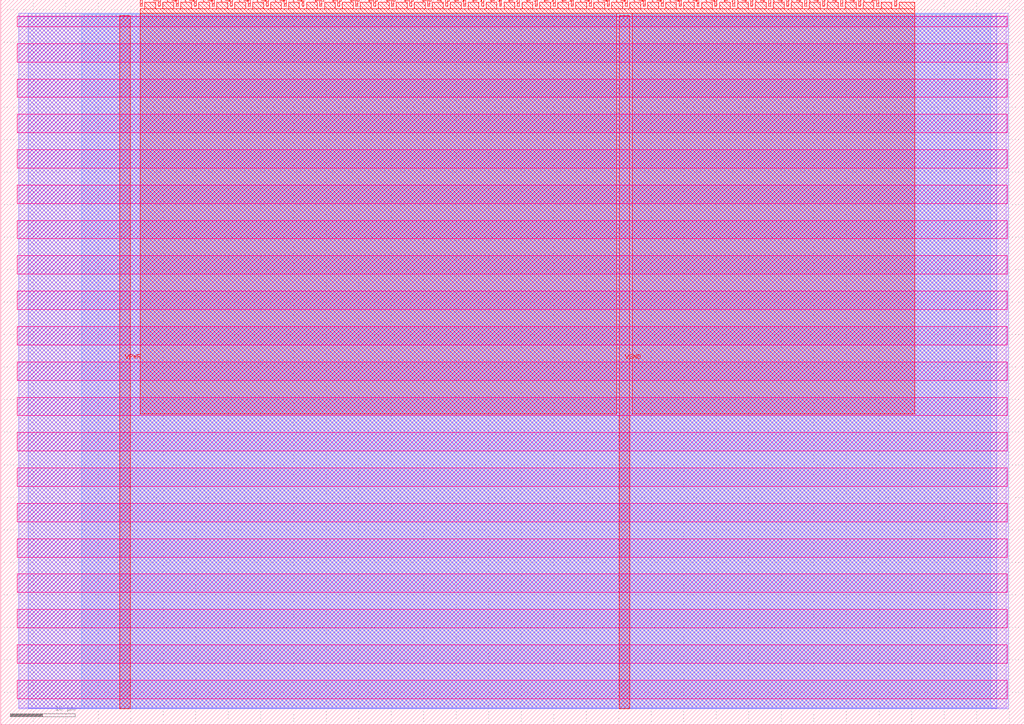
<source format=lef>
VERSION 5.7 ;
  NOWIREEXTENSIONATPIN ON ;
  DIVIDERCHAR "/" ;
  BUSBITCHARS "[]" ;
MACRO tt_um_urish_simon
  CLASS BLOCK ;
  FOREIGN tt_um_urish_simon ;
  ORIGIN 0.000 0.000 ;
  SIZE 157.320 BY 111.520 ;
  PIN VGND
    DIRECTION INOUT ;
    USE GROUND ;
    PORT
      LAYER met4 ;
        RECT 95.080 2.480 96.680 109.040 ;
    END
  END VGND
  PIN VPWR
    DIRECTION INOUT ;
    USE POWER ;
    PORT
      LAYER met4 ;
        RECT 18.280 2.480 19.880 109.040 ;
    END
  END VPWR
  PIN clk
    DIRECTION INPUT ;
    USE SIGNAL ;
    ANTENNAGATEAREA 0.852000 ;
    PORT
      LAYER met4 ;
        RECT 134.630 110.520 134.930 111.520 ;
    END
  END clk
  PIN ena
    DIRECTION INPUT ;
    USE SIGNAL ;
    PORT
      LAYER met4 ;
        RECT 137.390 110.520 137.690 111.520 ;
    END
  END ena
  PIN rst_n
    DIRECTION INPUT ;
    USE SIGNAL ;
    ANTENNAGATEAREA 0.196500 ;
    PORT
      LAYER met4 ;
        RECT 131.870 110.520 132.170 111.520 ;
    END
  END rst_n
  PIN ui_in[0]
    DIRECTION INPUT ;
    USE SIGNAL ;
    ANTENNAGATEAREA 0.196500 ;
    PORT
      LAYER met4 ;
        RECT 129.110 110.520 129.410 111.520 ;
    END
  END ui_in[0]
  PIN ui_in[1]
    DIRECTION INPUT ;
    USE SIGNAL ;
    ANTENNAGATEAREA 0.196500 ;
    PORT
      LAYER met4 ;
        RECT 126.350 110.520 126.650 111.520 ;
    END
  END ui_in[1]
  PIN ui_in[2]
    DIRECTION INPUT ;
    USE SIGNAL ;
    ANTENNAGATEAREA 0.196500 ;
    PORT
      LAYER met4 ;
        RECT 123.590 110.520 123.890 111.520 ;
    END
  END ui_in[2]
  PIN ui_in[3]
    DIRECTION INPUT ;
    USE SIGNAL ;
    ANTENNAGATEAREA 0.196500 ;
    PORT
      LAYER met4 ;
        RECT 120.830 110.520 121.130 111.520 ;
    END
  END ui_in[3]
  PIN ui_in[4]
    DIRECTION INPUT ;
    USE SIGNAL ;
    ANTENNAGATEAREA 0.196500 ;
    PORT
      LAYER met4 ;
        RECT 118.070 110.520 118.370 111.520 ;
    END
  END ui_in[4]
  PIN ui_in[5]
    DIRECTION INPUT ;
    USE SIGNAL ;
    PORT
      LAYER met4 ;
        RECT 115.310 110.520 115.610 111.520 ;
    END
  END ui_in[5]
  PIN ui_in[6]
    DIRECTION INPUT ;
    USE SIGNAL ;
    PORT
      LAYER met4 ;
        RECT 112.550 110.520 112.850 111.520 ;
    END
  END ui_in[6]
  PIN ui_in[7]
    DIRECTION INPUT ;
    USE SIGNAL ;
    PORT
      LAYER met4 ;
        RECT 109.790 110.520 110.090 111.520 ;
    END
  END ui_in[7]
  PIN uio_in[0]
    DIRECTION INPUT ;
    USE SIGNAL ;
    PORT
      LAYER met4 ;
        RECT 107.030 110.520 107.330 111.520 ;
    END
  END uio_in[0]
  PIN uio_in[1]
    DIRECTION INPUT ;
    USE SIGNAL ;
    PORT
      LAYER met4 ;
        RECT 104.270 110.520 104.570 111.520 ;
    END
  END uio_in[1]
  PIN uio_in[2]
    DIRECTION INPUT ;
    USE SIGNAL ;
    PORT
      LAYER met4 ;
        RECT 101.510 110.520 101.810 111.520 ;
    END
  END uio_in[2]
  PIN uio_in[3]
    DIRECTION INPUT ;
    USE SIGNAL ;
    PORT
      LAYER met4 ;
        RECT 98.750 110.520 99.050 111.520 ;
    END
  END uio_in[3]
  PIN uio_in[4]
    DIRECTION INPUT ;
    USE SIGNAL ;
    PORT
      LAYER met4 ;
        RECT 95.990 110.520 96.290 111.520 ;
    END
  END uio_in[4]
  PIN uio_in[5]
    DIRECTION INPUT ;
    USE SIGNAL ;
    PORT
      LAYER met4 ;
        RECT 93.230 110.520 93.530 111.520 ;
    END
  END uio_in[5]
  PIN uio_in[6]
    DIRECTION INPUT ;
    USE SIGNAL ;
    PORT
      LAYER met4 ;
        RECT 90.470 110.520 90.770 111.520 ;
    END
  END uio_in[6]
  PIN uio_in[7]
    DIRECTION INPUT ;
    USE SIGNAL ;
    PORT
      LAYER met4 ;
        RECT 87.710 110.520 88.010 111.520 ;
    END
  END uio_in[7]
  PIN uio_oe[0]
    DIRECTION OUTPUT TRISTATE ;
    USE SIGNAL ;
    ANTENNADIFFAREA 0.445500 ;
    PORT
      LAYER met4 ;
        RECT 40.790 110.520 41.090 111.520 ;
    END
  END uio_oe[0]
  PIN uio_oe[1]
    DIRECTION OUTPUT TRISTATE ;
    USE SIGNAL ;
    ANTENNADIFFAREA 0.445500 ;
    PORT
      LAYER met4 ;
        RECT 38.030 110.520 38.330 111.520 ;
    END
  END uio_oe[1]
  PIN uio_oe[2]
    DIRECTION OUTPUT TRISTATE ;
    USE SIGNAL ;
    ANTENNADIFFAREA 0.445500 ;
    PORT
      LAYER met4 ;
        RECT 35.270 110.520 35.570 111.520 ;
    END
  END uio_oe[2]
  PIN uio_oe[3]
    DIRECTION OUTPUT TRISTATE ;
    USE SIGNAL ;
    ANTENNADIFFAREA 0.445500 ;
    PORT
      LAYER met4 ;
        RECT 32.510 110.520 32.810 111.520 ;
    END
  END uio_oe[3]
  PIN uio_oe[4]
    DIRECTION OUTPUT TRISTATE ;
    USE SIGNAL ;
    ANTENNADIFFAREA 0.445500 ;
    PORT
      LAYER met4 ;
        RECT 29.750 110.520 30.050 111.520 ;
    END
  END uio_oe[4]
  PIN uio_oe[5]
    DIRECTION OUTPUT TRISTATE ;
    USE SIGNAL ;
    ANTENNADIFFAREA 0.445500 ;
    PORT
      LAYER met4 ;
        RECT 26.990 110.520 27.290 111.520 ;
    END
  END uio_oe[5]
  PIN uio_oe[6]
    DIRECTION OUTPUT TRISTATE ;
    USE SIGNAL ;
    ANTENNADIFFAREA 0.445500 ;
    PORT
      LAYER met4 ;
        RECT 24.230 110.520 24.530 111.520 ;
    END
  END uio_oe[6]
  PIN uio_oe[7]
    DIRECTION OUTPUT TRISTATE ;
    USE SIGNAL ;
    ANTENNADIFFAREA 0.445500 ;
    PORT
      LAYER met4 ;
        RECT 21.470 110.520 21.770 111.520 ;
    END
  END uio_oe[7]
  PIN uio_out[0]
    DIRECTION OUTPUT TRISTATE ;
    USE SIGNAL ;
    ANTENNADIFFAREA 0.795200 ;
    PORT
      LAYER met4 ;
        RECT 62.870 110.520 63.170 111.520 ;
    END
  END uio_out[0]
  PIN uio_out[1]
    DIRECTION OUTPUT TRISTATE ;
    USE SIGNAL ;
    ANTENNADIFFAREA 0.795200 ;
    PORT
      LAYER met4 ;
        RECT 60.110 110.520 60.410 111.520 ;
    END
  END uio_out[1]
  PIN uio_out[2]
    DIRECTION OUTPUT TRISTATE ;
    USE SIGNAL ;
    ANTENNADIFFAREA 0.795200 ;
    PORT
      LAYER met4 ;
        RECT 57.350 110.520 57.650 111.520 ;
    END
  END uio_out[2]
  PIN uio_out[3]
    DIRECTION OUTPUT TRISTATE ;
    USE SIGNAL ;
    ANTENNADIFFAREA 0.445500 ;
    PORT
      LAYER met4 ;
        RECT 54.590 110.520 54.890 111.520 ;
    END
  END uio_out[3]
  PIN uio_out[4]
    DIRECTION OUTPUT TRISTATE ;
    USE SIGNAL ;
    ANTENNADIFFAREA 0.445500 ;
    PORT
      LAYER met4 ;
        RECT 51.830 110.520 52.130 111.520 ;
    END
  END uio_out[4]
  PIN uio_out[5]
    DIRECTION OUTPUT TRISTATE ;
    USE SIGNAL ;
    ANTENNADIFFAREA 0.795200 ;
    PORT
      LAYER met4 ;
        RECT 49.070 110.520 49.370 111.520 ;
    END
  END uio_out[5]
  PIN uio_out[6]
    DIRECTION OUTPUT TRISTATE ;
    USE SIGNAL ;
    ANTENNADIFFAREA 0.445500 ;
    PORT
      LAYER met4 ;
        RECT 46.310 110.520 46.610 111.520 ;
    END
  END uio_out[6]
  PIN uio_out[7]
    DIRECTION OUTPUT TRISTATE ;
    USE SIGNAL ;
    ANTENNADIFFAREA 0.445500 ;
    PORT
      LAYER met4 ;
        RECT 43.550 110.520 43.850 111.520 ;
    END
  END uio_out[7]
  PIN uo_out[0]
    DIRECTION OUTPUT TRISTATE ;
    USE SIGNAL ;
    ANTENNADIFFAREA 0.795200 ;
    PORT
      LAYER met4 ;
        RECT 84.950 110.520 85.250 111.520 ;
    END
  END uo_out[0]
  PIN uo_out[1]
    DIRECTION OUTPUT TRISTATE ;
    USE SIGNAL ;
    ANTENNADIFFAREA 0.795200 ;
    PORT
      LAYER met4 ;
        RECT 82.190 110.520 82.490 111.520 ;
    END
  END uo_out[1]
  PIN uo_out[2]
    DIRECTION OUTPUT TRISTATE ;
    USE SIGNAL ;
    ANTENNADIFFAREA 0.795200 ;
    PORT
      LAYER met4 ;
        RECT 79.430 110.520 79.730 111.520 ;
    END
  END uo_out[2]
  PIN uo_out[3]
    DIRECTION OUTPUT TRISTATE ;
    USE SIGNAL ;
    ANTENNADIFFAREA 0.795200 ;
    PORT
      LAYER met4 ;
        RECT 76.670 110.520 76.970 111.520 ;
    END
  END uo_out[3]
  PIN uo_out[4]
    DIRECTION OUTPUT TRISTATE ;
    USE SIGNAL ;
    ANTENNADIFFAREA 0.445500 ;
    PORT
      LAYER met4 ;
        RECT 73.910 110.520 74.210 111.520 ;
    END
  END uo_out[4]
  PIN uo_out[5]
    DIRECTION OUTPUT TRISTATE ;
    USE SIGNAL ;
    ANTENNADIFFAREA 0.445500 ;
    PORT
      LAYER met4 ;
        RECT 71.150 110.520 71.450 111.520 ;
    END
  END uo_out[5]
  PIN uo_out[6]
    DIRECTION OUTPUT TRISTATE ;
    USE SIGNAL ;
    ANTENNADIFFAREA 0.445500 ;
    PORT
      LAYER met4 ;
        RECT 68.390 110.520 68.690 111.520 ;
    END
  END uo_out[6]
  PIN uo_out[7]
    DIRECTION OUTPUT TRISTATE ;
    USE SIGNAL ;
    ANTENNADIFFAREA 0.445500 ;
    PORT
      LAYER met4 ;
        RECT 65.630 110.520 65.930 111.520 ;
    END
  END uo_out[7]
  OBS
      LAYER nwell ;
        RECT 2.570 107.385 154.750 108.990 ;
        RECT 2.570 101.945 154.750 104.775 ;
        RECT 2.570 96.505 154.750 99.335 ;
        RECT 2.570 91.065 154.750 93.895 ;
        RECT 2.570 85.625 154.750 88.455 ;
        RECT 2.570 80.185 154.750 83.015 ;
        RECT 2.570 74.745 154.750 77.575 ;
        RECT 2.570 69.305 154.750 72.135 ;
        RECT 2.570 63.865 154.750 66.695 ;
        RECT 2.570 58.425 154.750 61.255 ;
        RECT 2.570 52.985 154.750 55.815 ;
        RECT 2.570 47.545 154.750 50.375 ;
        RECT 2.570 42.105 154.750 44.935 ;
        RECT 2.570 36.665 154.750 39.495 ;
        RECT 2.570 31.225 154.750 34.055 ;
        RECT 2.570 25.785 154.750 28.615 ;
        RECT 2.570 20.345 154.750 23.175 ;
        RECT 2.570 14.905 154.750 17.735 ;
        RECT 2.570 9.465 154.750 12.295 ;
        RECT 2.570 4.025 154.750 6.855 ;
      LAYER li1 ;
        RECT 2.760 2.635 154.560 108.885 ;
      LAYER met1 ;
        RECT 2.760 2.480 154.860 109.440 ;
      LAYER met2 ;
        RECT 4.240 2.535 153.080 109.470 ;
      LAYER met3 ;
        RECT 12.485 2.555 152.195 109.305 ;
      LAYER met4 ;
        RECT 22.170 110.120 23.830 111.170 ;
        RECT 24.930 110.120 26.590 111.170 ;
        RECT 27.690 110.120 29.350 111.170 ;
        RECT 30.450 110.120 32.110 111.170 ;
        RECT 33.210 110.120 34.870 111.170 ;
        RECT 35.970 110.120 37.630 111.170 ;
        RECT 38.730 110.120 40.390 111.170 ;
        RECT 41.490 110.120 43.150 111.170 ;
        RECT 44.250 110.120 45.910 111.170 ;
        RECT 47.010 110.120 48.670 111.170 ;
        RECT 49.770 110.120 51.430 111.170 ;
        RECT 52.530 110.120 54.190 111.170 ;
        RECT 55.290 110.120 56.950 111.170 ;
        RECT 58.050 110.120 59.710 111.170 ;
        RECT 60.810 110.120 62.470 111.170 ;
        RECT 63.570 110.120 65.230 111.170 ;
        RECT 66.330 110.120 67.990 111.170 ;
        RECT 69.090 110.120 70.750 111.170 ;
        RECT 71.850 110.120 73.510 111.170 ;
        RECT 74.610 110.120 76.270 111.170 ;
        RECT 77.370 110.120 79.030 111.170 ;
        RECT 80.130 110.120 81.790 111.170 ;
        RECT 82.890 110.120 84.550 111.170 ;
        RECT 85.650 110.120 87.310 111.170 ;
        RECT 88.410 110.120 90.070 111.170 ;
        RECT 91.170 110.120 92.830 111.170 ;
        RECT 93.930 110.120 95.590 111.170 ;
        RECT 96.690 110.120 98.350 111.170 ;
        RECT 99.450 110.120 101.110 111.170 ;
        RECT 102.210 110.120 103.870 111.170 ;
        RECT 104.970 110.120 106.630 111.170 ;
        RECT 107.730 110.120 109.390 111.170 ;
        RECT 110.490 110.120 112.150 111.170 ;
        RECT 113.250 110.120 114.910 111.170 ;
        RECT 116.010 110.120 117.670 111.170 ;
        RECT 118.770 110.120 120.430 111.170 ;
        RECT 121.530 110.120 123.190 111.170 ;
        RECT 124.290 110.120 125.950 111.170 ;
        RECT 127.050 110.120 128.710 111.170 ;
        RECT 129.810 110.120 131.470 111.170 ;
        RECT 132.570 110.120 134.230 111.170 ;
        RECT 135.330 110.120 136.990 111.170 ;
        RECT 138.090 110.120 140.465 111.170 ;
        RECT 21.455 109.440 140.465 110.120 ;
        RECT 21.455 47.775 94.680 109.440 ;
        RECT 97.080 47.775 140.465 109.440 ;
  END
END tt_um_urish_simon
END LIBRARY


</source>
